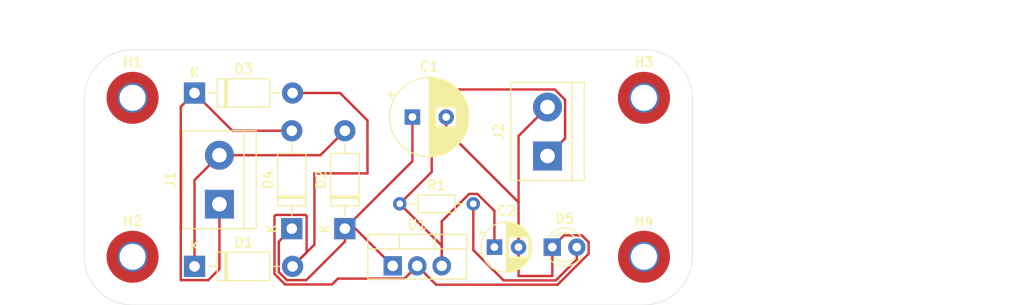
<source format=kicad_pcb>
(kicad_pcb (version 20240108) (generator "pcbnew") (generator_version "8.0")
  (title_block (title "Modulo regulador de voltaje") (date "2024-04-21") (rev "Dagiro Fernandez") (company "Universidad Catolica Boliviana \"San Pablo\""))
  (layers (0 "F.Cu" signal) (31 "B.Cu" signal) (34 "B.Paste" user) (35 "F.Paste" user) (36 "B.SilkS" user "B.Silkscreen") (37 "F.SilkS" user "F.Silkscreen") (38 "B.Mask" user) (39 "F.Mask" user) (44 "Edge.Cuts" user))
  (net 0 "")
  (net 1 "Net-(D1-K)")
  (net 2 "Net-(D3-K)")
  (net 3 "Net-(D5-A)")
  (net 4 "G1")
  (net 5 "F1")
  (net 6 "D1")
  (footprint "Capacitor_THT:CP_Radial_D5.0mm_P2.50mm" (layer "F.Cu") (at 147.155 101.155)
    (property "Reference" "C2" (at 1.25 -3.75 0) (layer "F.SilkS"))
    (property "Value" "100 uf")
    (fp_line (start -1.554775 -1.475) (end -1.054775 -1.475) (stroke (width 0.12)) (layer "F.SilkS"))
    (fp_line (start -1.304775 -1.725) (end -1.304775 -1.225) (stroke (width 0.12)) (layer "F.SilkS"))
    (fp_line (start 1.25 -2.58) (end 1.25 2.58) (stroke (width 0.12)) (layer "F.SilkS"))
    (fp_line (start 1.29 -2.58) (end 1.29 2.58) (stroke (width 0.12)) (layer "F.SilkS"))
    (fp_line (start 1.33 -2.579) (end 1.33 2.579) (stroke (width 0.12)) (layer "F.SilkS"))
    (fp_line (start 1.37 -2.578) (end 1.37 2.578) (stroke (width 0.12)) (layer "F.SilkS"))
    (fp_line (start 1.41 -2.576) (end 1.41 2.576) (stroke (width 0.12)) (layer "F.SilkS"))
    (fp_line (start 1.45 -2.573) (end 1.45 2.573) (stroke (width 0.12)) (layer "F.SilkS"))
    (fp_line (start 1.49 -2.569) (end 1.49 -1.04) (stroke (width 0.12)) (layer "F.SilkS"))
    (fp_line (start 1.49 1.04) (end 1.49 2.569) (stroke (width 0.12)) (layer "F.SilkS"))
    (fp_line (start 1.53 -2.565) (end 1.53 -1.04) (stroke (width 0.12)) (layer "F.SilkS"))
    (fp_line (start 1.53 1.04) (end 1.53 2.565) (stroke (width 0.12)) (layer "F.SilkS"))
    (fp_line (start 1.57 -2.561) (end 1.57 -1.04) (stroke (width 0.12)) (layer "F.SilkS"))
    (fp_line (start 1.57 1.04) (end 1.57 2.561) (stroke (width 0.12)) (layer "F.SilkS"))
    (fp_line (start 1.61 -2.556) (end 1.61 -1.04) (stroke (width 0.12)) (layer "F.SilkS"))
    (fp_line (start 1.61 1.04) (end 1.61 2.556) (stroke (width 0.12)) (layer "F.SilkS"))
    (fp_line (start 1.65 -2.55) (end 1.65 -1.04) (stroke (width 0.12)) (layer "F.SilkS"))
    (fp_line (start 1.65 1.04) (end 1.65 2.55) (stroke (width 0.12)) (layer "F.SilkS"))
    (fp_line (start 1.69 -2.543) (end 1.69 -1.04) (stroke (width 0.12)) (layer "F.SilkS"))
    (fp_line (start 1.69 1.04) (end 1.69 2.543) (stroke (width 0.12)) (layer "F.SilkS"))
    (fp_line (start 1.73 -2.536) (end 1.73 -1.04) (stroke (width 0.12)) (layer "F.SilkS"))
    (fp_line (start 1.73 1.04) (end 1.73 2.536) (stroke (width 0.12)) (layer "F.SilkS"))
    (fp_line (start 1.77 -2.528) (end 1.77 -1.04) (stroke (width 0.12)) (layer "F.SilkS"))
    (fp_line (start 1.77 1.04) (end 1.77 2.528) (stroke (width 0.12)) (layer "F.SilkS"))
    (fp_line (start 1.81 -2.52) (end 1.81 -1.04) (stroke (width 0.12)) (layer "F.SilkS"))
    (fp_line (start 1.81 1.04) (end 1.81 2.52) (stroke (width 0.12)) (layer "F.SilkS"))
    (fp_line (start 1.85 -2.511) (end 1.85 -1.04) (stroke (width 0.12)) (layer "F.SilkS"))
    (fp_line (start 1.85 1.04) (end 1.85 2.511) (stroke (width 0.12)) (layer "F.SilkS"))
    (fp_line (start 1.89 -2.501) (end 1.89 -1.04) (stroke (width 0.12)) (layer "F.SilkS"))
    (fp_line (start 1.89 1.04) (end 1.89 2.501) (stroke (width 0.12)) (layer "F.SilkS"))
    (fp_line (start 1.93 -2.491) (end 1.93 -1.04) (stroke (width 0.12)) (layer "F.SilkS"))
    (fp_line (start 1.93 1.04) (end 1.93 2.491) (stroke (width 0.12)) (layer "F.SilkS"))
    (fp_line (start 1.971 -2.48) (end 1.971 -1.04) (stroke (width 0.12)) (layer "F.SilkS"))
    (fp_line (start 1.971 1.04) (end 1.971 2.48) (stroke (width 0.12)) (layer "F.SilkS"))
    (fp_line (start 2.011 -2.468) (end 2.011 -1.04) (stroke (width 0.12)) (layer "F.SilkS"))
    (fp_line (start 2.011 1.04) (end 2.011 2.468) (stroke (width 0.12)) (layer "F.SilkS"))
    (fp_line (start 2.051 -2.455) (end 2.051 -1.04) (stroke (width 0.12)) (layer "F.SilkS"))
    (fp_line (start 2.051 1.04) (end 2.051 2.455) (stroke (width 0.12)) (layer "F.SilkS"))
    (fp_line (start 2.091 -2.442) (end 2.091 -1.04) (stroke (width 0.12)) (layer "F.SilkS"))
    (fp_line (start 2.091 1.04) (end 2.091 2.442) (stroke (width 0.12)) (layer "F.SilkS"))
    (fp_line (start 2.131 -2.428) (end 2.131 -1.04) (stroke (width 0.12)) (layer "F.SilkS"))
    (fp_line (start 2.131 1.04) (end 2.131 2.428) (stroke (width 0.12)) (layer "F.SilkS"))
    (fp_line (start 2.171 -2.414) (end 2.171 -1.04) (stroke (width 0.12)) (layer "F.SilkS"))
    (fp_line (start 2.171 1.04) (end 2.171 2.414) (stroke (width 0.12)) (layer "F.SilkS"))
    (fp_line (start 2.211 -2.398) (end 2.211 -1.04) (stroke (width 0.12)) (layer "F.SilkS"))
    (fp_line (start 2.211 1.04) (end 2.211 2.398) (stroke (width 0.12)) (layer "F.SilkS"))
    (fp_line (start 2.251 -2.382) (end 2.251 -1.04) (stroke (width 0.12)) (layer "F.SilkS"))
    (fp_line (start 2.251 1.04) (end 2.251 2.382) (stroke (width 0.12)) (layer "F.SilkS"))
    (fp_line (start 2.291 -2.365) (end 2.291 -1.04) (stroke (width 0.12)) (layer "F.SilkS"))
    (fp_line (start 2.291 1.04) (end 2.291 2.365) (stroke (width 0.12)) (layer "F.SilkS"))
    (fp_line (start 2.331 -2.348) (end 2.331 -1.04) (stroke (width 0.12)) (layer "F.SilkS"))
    (fp_line (start 2.331 1.04) (end 2.331 2.348) (stroke (width 0.12)) (layer "F.SilkS"))
    (fp_line (start 2.371 -2.329) (end 2.371 -1.04) (stroke (width 0.12)) (layer "F.SilkS"))
    (fp_line (start 2.371 1.04) (end 2.371 2.329) (stroke (width 0.12)) (layer "F.SilkS"))
    (fp_line (start 2.411 -2.31) (end 2.411 -1.04) (stroke (width 0.12)) (layer "F.SilkS"))
    (fp_line (start 2.411 1.04) (end 2.411 2.31) (stroke (width 0.12)) (layer "F.SilkS"))
    (fp_line (start 2.451 -2.29) (end 2.451 -1.04) (stroke (width 0.12)) (layer "F.SilkS"))
    (fp_line (start 2.451 1.04) (end 2.451 2.29) (stroke (width 0.12)) (layer "F.SilkS"))
    (fp_line (start 2.491 -2.268) (end 2.491 -1.04) (stroke (width 0.12)) (layer "F.SilkS"))
    (fp_line (start 2.491 1.04) (end 2.491 2.268) (stroke (width 0.12)) (layer "F.SilkS"))
    (fp_line (start 2.531 -2.247) (end 2.531 -1.04) (stroke (width 0.12)) (layer "F.SilkS"))
    (fp_line (start 2.531 1.04) (end 2.531 2.247) (stroke (width 0.12)) (layer "F.SilkS"))
    (fp_line (start 2.571 -2.224) (end 2.571 -1.04) (stroke (width 0.12)) (layer "F.SilkS"))
    (fp_line (start 2.571 1.04) (end 2.571 2.224) (stroke (width 0.12)) (layer "F.SilkS"))
    (fp_line (start 2.611 -2.2) (end 2.611 -1.04) (stroke (width 0.12)) (layer "F.SilkS"))
    (fp_line (start 2.611 1.04) (end 2.611 2.2) (stroke (width 0.12)) (layer "F.SilkS"))
    (fp_line (start 2.651 -2.175) (end 2.651 -1.04) (stroke (width 0.12)) (layer "F.SilkS"))
    (fp_line (start 2.651 1.04) (end 2.651 2.175) (stroke (width 0.12)) (layer "F.SilkS"))
    (fp_line (start 2.691 -2.149) (end 2.691 -1.04) (stroke (width 0.12)) (layer "F.SilkS"))
    (fp_line (start 2.691 1.04) (end 2.691 2.149) (stroke (width 0.12)) (layer "F.SilkS"))
    (fp_line (start 2.731 -2.122) (end 2.731 -1.04) (stroke (width 0.12)) (layer "F.SilkS"))
    (fp_line (start 2.731 1.04) (end 2.731 2.122) (stroke (width 0.12)) (layer "F.SilkS"))
    (fp_line (start 2.771 -2.095) (end 2.771 -1.04) (stroke (width 0.12)) (layer "F.SilkS"))
    (fp_line (start 2.771 1.04) (end 2.771 2.095) (stroke (width 0.12)) (layer "F.SilkS"))
    (fp_line (start 2.811 -2.065) (end 2.811 -1.04) (stroke (width 0.12)) (layer "F.SilkS"))
    (fp_line (start 2.811 1.04) (end 2.811 2.065) (stroke (width 0.12)) (layer "F.SilkS"))
    (fp_line (start 2.851 -2.035) (end 2.851 -1.04) (stroke (width 0.12)) (layer "F.SilkS"))
    (fp_line (start 2.851 1.04) (end 2.851 2.035) (stroke (width 0.12)) (layer "F.SilkS"))
    (fp_line (start 2.891 -2.004) (end 2.891 -1.04) (stroke (width 0.12)) (layer "F.SilkS"))
    (fp_line (start 2.891 1.04) (end 2.891 2.004) (stroke (width 0.12)) (layer "F.SilkS"))
    (fp_line (start 2.931 -1.971) (end 2.931 -1.04) (stroke (width 0.12)) (layer "F.SilkS"))
    (fp_line (start 2.931 1.04) (end 2.931 1.971) (stroke (width 0.12)) (layer "F.SilkS"))
    (fp_line (start 2.971 -1.937) (end 2.971 -1.04) (stroke (width 0.12)) (layer "F.SilkS"))
    (fp_line (start 2.971 1.04) (end 2.971 1.937) (stroke (width 0.12)) (layer "F.SilkS"))
    (fp_line (start 3.011 -1.901) (end 3.011 -1.04) (stroke (width 0.12)) (layer "F.SilkS"))
    (fp_line (start 3.011 1.04) (end 3.011 1.901) (stroke (width 0.12)) (layer "F.SilkS"))
    (fp_line (start 3.051 -1.864) (end 3.051 -1.04) (stroke (width 0.12)) (layer "F.SilkS"))
    (fp_line (start 3.051 1.04) (end 3.051 1.864) (stroke (width 0.12)) (layer "F.SilkS"))
    (fp_line (start 3.091 -1.826) (end 3.091 -1.04) (stroke (width 0.12)) (layer "F.SilkS"))
    (fp_line (start 3.091 1.04) (end 3.091 1.826) (stroke (width 0.12)) (layer "F.SilkS"))
    (fp_line (start 3.131 -1.785) (end 3.131 -1.04) (stroke (width 0.12)) (layer "F.SilkS"))
    (fp_line (start 3.131 1.04) (end 3.131 1.785) (stroke (width 0.12)) (layer "F.SilkS"))
    (fp_line (start 3.171 -1.743) (end 3.171 -1.04) (stroke (width 0.12)) (layer "F.SilkS"))
    (fp_line (start 3.171 1.04) (end 3.171 1.743) (stroke (width 0.12)) (layer "F.SilkS"))
    (fp_line (start 3.211 -1.699) (end 3.211 -1.04) (stroke (width 0.12)) (layer "F.SilkS"))
    (fp_line (start 3.211 1.04) (end 3.211 1.699) (stroke (width 0.12)) (layer "F.SilkS"))
    (fp_line (start 3.251 -1.653) (end 3.251 -1.04) (stroke (width 0.12)) (layer "F.SilkS"))
    (fp_line (start 3.251 1.04) (end 3.251 1.653) (stroke (width 0.12)) (layer "F.SilkS"))
    (fp_line (start 3.291 -1.605) (end 3.291 -1.04) (stroke (width 0.12)) (layer "F.SilkS"))
    (fp_line (start 3.291 1.04) (end 3.291 1.605) (stroke (width 0.12)) (layer "F.SilkS"))
    (fp_line (start 3.331 -1.554) (end 3.331 -1.04) (stroke (width 0.12)) (layer "F.SilkS"))
    (fp_line (start 3.331 1.04) (end 3.331 1.554) (stroke (width 0.12)) (layer "F.SilkS"))
    (fp_line (start 3.371 -1.5) (end 3.371 -1.04) (stroke (width 0.12)) (layer "F.SilkS"))
    (fp_line (start 3.371 1.04) (end 3.371 1.5) (stroke (width 0.12)) (layer "F.SilkS"))
    (fp_line (start 3.411 -1.443) (end 3.411 -1.04) (stroke (width 0.12)) (layer "F.SilkS"))
    (fp_line (start 3.411 1.04) (end 3.411 1.443) (stroke (width 0.12)) (layer "F.SilkS"))
    (fp_line (start 3.451 -1.383) (end 3.451 -1.04) (stroke (width 0.12)) (layer "F.SilkS"))
    (fp_line (start 3.451 1.04) (end 3.451 1.383) (stroke (width 0.12)) (layer "F.SilkS"))
    (fp_line (start 3.491 -1.319) (end 3.491 -1.04) (stroke (width 0.12)) (layer "F.SilkS"))
    (fp_line (start 3.491 1.04) (end 3.491 1.319) (stroke (width 0.12)) (layer "F.SilkS"))
    (fp_line (start 3.531 -1.251) (end 3.531 -1.04) (stroke (width 0.12)) (layer "F.SilkS"))
    (fp_line (start 3.531 1.04) (end 3.531 1.251) (stroke (width 0.12)) (layer "F.SilkS"))
    (fp_line (start 3.571 -1.178) (end 3.571 1.178) (stroke (width 0.12)) (layer "F.SilkS"))
    (fp_line (start 3.611 -1.098) (end 3.611 1.098) (stroke (width 0.12)) (layer "F.SilkS"))
    (fp_line (start 3.651 -1.011) (end 3.651 1.011) (stroke (width 0.12)) (layer "F.SilkS"))
    (fp_line (start 3.691 -0.915) (end 3.691 0.915) (stroke (width 0.12)) (layer "F.SilkS"))
    (fp_line (start 3.731 -0.805) (end 3.731 0.805) (stroke (width 0.12)) (layer "F.SilkS"))
    (fp_line (start 3.771 -0.677) (end 3.771 0.677) (stroke (width 0.12)) (layer "F.SilkS"))
    (fp_line (start 3.811 -0.518) (end 3.811 0.518) (stroke (width 0.12)) (layer "F.SilkS"))
    (fp_line (start 3.851 -0.284) (end 3.851 0.284) (stroke (width 0.12)) (layer "F.SilkS"))
    (fp_circle (center 1.25 0) (end 3.87 0) (stroke (width 0.12)) (fill none) (layer "F.SilkS"))
    (pad "1" thru_hole rect (at 0 0) (size 1.6 1.6) (drill 0.8) (layers "*.Cu" "*.Mask") (net 6 "D1"))
    (pad "2" thru_hole circle (at 2.5 0) (size 1.6 1.6) (drill 0.8) (layers "*.Cu" "*.Mask") (net 5 "F1"))
  )
  (footprint "TerminalBlock:TerminalBlock_bornier-2_P5.08mm" (layer "F.Cu") (at 118.655 96.695 90)
    (property "Reference" "J1" (at 2.54 -5.08 270) (layer "F.SilkS"))
    (property "Value" "Screw_Terminal_01x02")
    (fp_line (start 7.62 -3.81) (end -2.54 -3.81) (stroke (width 0.12)) (layer "F.SilkS"))
    (fp_line (start -2.54 -3.81) (end -2.54 3.81) (stroke (width 0.12)) (layer "F.SilkS"))
    (fp_line (start 7.62 2.54) (end -2.54 2.54) (stroke (width 0.12)) (layer "F.SilkS"))
    (fp_line (start 7.62 3.81) (end 7.62 -3.81) (stroke (width 0.12)) (layer "F.SilkS"))
    (fp_line (start -2.54 3.81) (end 7.62 3.81) (stroke (width 0.12)) (layer "F.SilkS"))
    (pad "1" thru_hole rect (at 0 0 90) (size 3 3) (drill 1.52) (layers "*.Cu" "*.Mask") (net 2 "Net-(D3-K)"))
    (pad "2" thru_hole circle (at 5.08 0 90) (size 3 3) (drill 1.52) (layers "*.Cu" "*.Mask") (net 1 "Net-(D1-K)"))
  )
  (footprint "Diode_THT:D_DO-41_SOD81_P10.16mm_Horizontal" (layer "F.Cu") (at 131.655 99.235 90)
    (property "Reference" "D2" (at 5.08 -2.47 270) (layer "F.SilkS"))
    (property "Value" "1N4007")
    (fp_line (start 7.8 -1.47) (end 2.36 -1.47) (stroke (width 0.12)) (layer "F.SilkS"))
    (fp_line (start 3.38 -1.47) (end 3.38 1.47) (stroke (width 0.12)) (layer "F.SilkS"))
    (fp_line (start 3.26 -1.47) (end 3.26 1.47) (stroke (width 0.12)) (layer "F.SilkS"))
    (fp_line (start 3.14 -1.47) (end 3.14 1.47) (stroke (width 0.12)) (layer "F.SilkS"))
    (fp_line (start 2.36 -1.47) (end 2.36 1.47) (stroke (width 0.12)) (layer "F.SilkS"))
    (fp_line (start 8.82 0) (end 7.8 0) (stroke (width 0.12)) (layer "F.SilkS"))
    (fp_line (start 1.34 0) (end 2.36 0) (stroke (width 0.12)) (layer "F.SilkS"))
    (fp_line (start 7.8 1.47) (end 7.8 -1.47) (stroke (width 0.12)) (layer "F.SilkS"))
    (fp_line (start 2.36 1.47) (end 7.8 1.47) (stroke (width 0.12)) (layer "F.SilkS"))
    (fp_text user "K" (at 0 -2.1 270) (layer "F.SilkS"))
    (pad "1" thru_hole rect (at 0 0 90) (size 2.2 2.2) (drill 1.1) (layers "*.Cu" "*.Mask") (net 4 "G1"))
    (pad "2" thru_hole oval (at 10.16 0 90) (size 2.2 2.2) (drill 1.1) (layers "*.Cu" "*.Mask") (net 1 "Net-(D1-K)"))
  )
  (footprint "Diode_THT:D_DO-41_SOD81_P10.16mm_Horizontal" (layer "F.Cu") (at 116.075 103.155)
    (property "Reference" "D1" (at 5.08 -2.47 0) (layer "F.SilkS"))
    (property "Value" "1N4007")
    (fp_line (start 1.34 0) (end 2.36 0) (stroke (width 0.12)) (layer "F.SilkS"))
    (fp_line (start 2.36 -1.47) (end 2.36 1.47) (stroke (width 0.12)) (layer "F.SilkS"))
    (fp_line (start 2.36 1.47) (end 7.8 1.47) (stroke (width 0.12)) (layer "F.SilkS"))
    (fp_line (start 3.14 -1.47) (end 3.14 1.47) (stroke (width 0.12)) (layer "F.SilkS"))
    (fp_line (start 3.26 -1.47) (end 3.26 1.47) (stroke (width 0.12)) (layer "F.SilkS"))
    (fp_line (start 3.38 -1.47) (end 3.38 1.47) (stroke (width 0.12)) (layer "F.SilkS"))
    (fp_line (start 7.8 -1.47) (end 2.36 -1.47) (stroke (width 0.12)) (layer "F.SilkS"))
    (fp_line (start 7.8 1.47) (end 7.8 -1.47) (stroke (width 0.12)) (layer "F.SilkS"))
    (fp_line (start 8.82 0) (end 7.8 0) (stroke (width 0.12)) (layer "F.SilkS"))
    (fp_text user "K" (at 0 -2.1 0) (layer "F.SilkS"))
    (pad "1" thru_hole rect (at 0 0) (size 2.2 2.2) (drill 1.1) (layers "*.Cu" "*.Mask") (net 1 "Net-(D1-K)"))
    (pad "2" thru_hole oval (at 10.16 0) (size 2.2 2.2) (drill 1.1) (layers "*.Cu" "*.Mask") (net 5 "F1"))
  )
  (footprint "Resistor_THT:R_Axial_DIN0204_L3.6mm_D1.6mm_P7.62mm_Horizontal" (layer "F.Cu") (at 137.345 96.655)
    (property "Reference" "R1" (at 3.81 -1.92 0) (layer "F.SilkS"))
    (property "Value" "1k ")
    (fp_line (start 0.94 0) (end 1.89 0) (stroke (width 0.12)) (layer "F.SilkS"))
    (fp_line (start 1.89 -0.92) (end 1.89 0.92) (stroke (width 0.12)) (layer "F.SilkS"))
    (fp_line (start 1.89 0.92) (end 5.73 0.92) (stroke (width 0.12)) (layer "F.SilkS"))
    (fp_line (start 5.73 -0.92) (end 1.89 -0.92) (stroke (width 0.12)) (layer "F.SilkS"))
    (fp_line (start 5.73 0.92) (end 5.73 -0.92) (stroke (width 0.12)) (layer "F.SilkS"))
    (fp_line (start 6.68 0) (end 5.73 0) (stroke (width 0.12)) (layer "F.SilkS"))
    (pad "1" thru_hole circle (at 0 0) (size 1.4 1.4) (drill 0.7) (layers "*.Cu" "*.Mask") (net 6 "D1"))
    (pad "2" thru_hole oval (at 7.62 0) (size 1.4 1.4) (drill 0.7) (layers "*.Cu" "*.Mask") (net 3 "Net-(D5-A)"))
  )
  (footprint "Diode_THT:D_DO-41_SOD81_P10.16mm_Horizontal" (layer "F.Cu") (at 126.155 99.235 90)
    (property "Reference" "D4" (at 5.08 -2.47 270) (layer "F.SilkS"))
    (property "Value" "1N4007")
    (fp_line (start 7.8 -1.47) (end 2.36 -1.47) (stroke (width 0.12)) (layer "F.SilkS"))
    (fp_line (start 3.38 -1.47) (end 3.38 1.47) (stroke (width 0.12)) (layer "F.SilkS"))
    (fp_line (start 3.26 -1.47) (end 3.26 1.47) (stroke (width 0.12)) (layer "F.SilkS"))
    (fp_line (start 3.14 -1.47) (end 3.14 1.47) (stroke (width 0.12)) (layer "F.SilkS"))
    (fp_line (start 2.36 -1.47) (end 2.36 1.47) (stroke (width 0.12)) (layer "F.SilkS"))
    (fp_line (start 8.82 0) (end 7.8 0) (stroke (width 0.12)) (layer "F.SilkS"))
    (fp_line (start 1.34 0) (end 2.36 0) (stroke (width 0.12)) (layer "F.SilkS"))
    (fp_line (start 7.8 1.47) (end 7.8 -1.47) (stroke (width 0.12)) (layer "F.SilkS"))
    (fp_line (start 2.36 1.47) (end 7.8 1.47) (stroke (width 0.12)) (layer "F.SilkS"))
    (fp_text user "K" (at 0 -2.1 270) (layer "F.SilkS"))
    (pad "1" thru_hole rect (at 0 0 90) (size 2.2 2.2) (drill 1.1) (layers "*.Cu" "*.Mask") (net 4 "G1"))
    (pad "2" thru_hole oval (at 10.16 0 90) (size 2.2 2.2) (drill 1.1) (layers "*.Cu" "*.Mask") (net 2 "Net-(D3-K)"))
  )
  (footprint "MountingHole:MountingHole_2.7mm_M2.5_Pad_TopOnly" (layer "F.Cu") (at 162.655 102.155)
    (property "Reference" "H4" (at 0 -3.7 0) (layer "F.SilkS"))
    (property "Value" "MountingHole")
    (pad "1" thru_hole circle (at 0 0) (size 3.1 3.1) (drill 2.7) (layers "*.Cu" "*.Mask"))
    (pad "1" connect circle (at 0 0) (size 5.4 5.4) (layers "F.Cu" "F.Mask"))
  )
  (footprint "TerminalBlock:TerminalBlock_bornier-2_P5.08mm" (layer "F.Cu") (at 152.655 91.695 90)
    (property "Reference" "J2" (at 2.54 -5.08 270) (layer "F.SilkS"))
    (property "Value" "Screw_Terminal_01x02")
    (fp_line (start 7.62 -3.81) (end -2.54 -3.81) (stroke (width 0.12)) (layer "F.SilkS"))
    (fp_line (start -2.54 -3.81) (end -2.54 3.81) (stroke (width 0.12)) (layer "F.SilkS"))
    (fp_line (start 7.62 2.54) (end -2.54 2.54) (stroke (width 0.12)) (layer "F.SilkS"))
    (fp_line (start 7.62 3.81) (end 7.62 -3.81) (stroke (width 0.12)) (layer "F.SilkS"))
    (fp_line (start -2.54 3.81) (end 7.62 3.81) (stroke (width 0.12)) (layer "F.SilkS"))
    (pad "1" thru_hole rect (at 0 0 90) (size 3 3) (drill 1.52) (layers "*.Cu" "*.Mask") (net 6 "D1"))
    (pad "2" thru_hole circle (at 5.08 0 90) (size 3 3) (drill 1.52) (layers "*.Cu" "*.Mask") (net 5 "F1"))
  )
  (footprint "Diode_THT:D_DO-41_SOD81_P10.16mm_Horizontal" (layer "F.Cu") (at 116.075 85.155)
    (property "Reference" "D3" (at 5.08 -2.47 0) (layer "F.SilkS"))
    (property "Value" "1N4007")
    (fp_line (start 1.34 0) (end 2.36 0) (stroke (width 0.12)) (layer "F.SilkS"))
    (fp_line (start 2.36 -1.47) (end 2.36 1.47) (stroke (width 0.12)) (layer "F.SilkS"))
    (fp_line (start 2.36 1.47) (end 7.8 1.47) (stroke (width 0.12)) (layer "F.SilkS"))
    (fp_line (start 3.14 -1.47) (end 3.14 1.47) (stroke (width 0.12)) (layer "F.SilkS"))
    (fp_line (start 3.26 -1.47) (end 3.26 1.47) (stroke (width 0.12)) (layer "F.SilkS"))
    (fp_line (start 3.38 -1.47) (end 3.38 1.47) (stroke (width 0.12)) (layer "F.SilkS"))
    (fp_line (start 7.8 -1.47) (end 2.36 -1.47) (stroke (width 0.12)) (layer "F.SilkS"))
    (fp_line (start 7.8 1.47) (end 7.8 -1.47) (stroke (width 0.12)) (layer "F.SilkS"))
    (fp_line (start 8.82 0) (end 7.8 0) (stroke (width 0.12)) (layer "F.SilkS"))
    (fp_text user "K" (at 0 -2.1 0) (layer "F.SilkS"))
    (pad "1" thru_hole rect (at 0 0) (size 2.2 2.2) (drill 1.1) (layers "*.Cu" "*.Mask") (net 2 "Net-(D3-K)"))
    (pad "2" thru_hole oval (at 10.16 0) (size 2.2 2.2) (drill 1.1) (layers "*.Cu" "*.Mask") (net 5 "F1"))
  )
  (footprint "LED_THT:LED_D3.0mm" (layer "F.Cu") (at 153.155 101.155)
    (property "Reference" "D5" (at 1.27 -2.96 0) (layer "F.SilkS"))
    (property "Value" "LED")
    (fp_line (start -0.29 -1.236) (end -0.29 -1.08) (stroke (width 0.12)) (layer "F.SilkS"))
    (fp_line (start -0.29 1.08) (end -0.29 1.236) (stroke (width 0.12)) (layer "F.SilkS"))
    (fp_arc (start -0.29 -1.235516) (mid 1.366487 -1.987659) (end 2.942335 -1.078608) (stroke (width 0.12)) (layer "F.SilkS"))
    (fp_arc (start 0.229039 -1.08) (mid 1.270117 -1.5) (end 2.31113 -1.079837) (stroke (width 0.12)) (layer "F.SilkS"))
    (fp_arc (start 2.31113 1.079837) (mid 1.270117 1.5) (end 0.229039 1.08) (stroke (width 0.12)) (layer "F.SilkS"))
    (fp_arc (start 2.942335 1.078608) (mid 1.366487 1.987659) (end -0.29 1.235516) (stroke (width 0.12)) (layer "F.SilkS"))
    (pad "1" thru_hole rect (at 0 0) (size 1.8 1.8) (drill 0.9) (layers "*.Cu" "*.Mask") (net 5 "F1"))
    (pad "2" thru_hole circle (at 2.54 0) (size 1.8 1.8) (drill 0.9) (layers "*.Cu" "*.Mask") (net 3 "Net-(D5-A)"))
  )
  (footprint "MountingHole:MountingHole_2.7mm_M2.5_Pad_TopOnly" (layer "F.Cu") (at 109.655 102.155)
    (property "Reference" "H2" (at 0 -3.7 0) (layer "F.SilkS"))
    (property "Value" "MountingHole")
    (pad "1" thru_hole circle (at 0 0) (size 3.1 3.1) (drill 2.7) (layers "*.Cu" "*.Mask"))
    (pad "1" connect circle (at 0 0) (size 5.4 5.4) (layers "F.Cu" "F.Mask"))
  )
  (footprint "MountingHole:MountingHole_2.7mm_M2.5_Pad_TopOnly" (layer "F.Cu") (at 109.655 85.655)
    (property "Reference" "H1" (at 0 -3.7 0) (layer "F.SilkS"))
    (property "Value" "MountingHole")
    (pad "1" thru_hole circle (at 0 0) (size 3.1 3.1) (drill 2.7) (layers "*.Cu" "*.Mask"))
    (pad "1" connect circle (at 0 0) (size 5.4 5.4) (layers "F.Cu" "F.Mask"))
  )
  (footprint "Package_TO_SOT_THT:TO-220-3_Vertical" (layer "F.Cu") (at 136.615 103.1)
    (property "Reference" "U1" (at 2.54 -4.27 0) (layer "F.SilkS"))
    (property "Value" "LM7805_TO220")
    (fp_line (start -2.58 -3.27) (end -2.58 1.371) (stroke (width 0.12)) (layer "F.SilkS"))
    (fp_line (start -2.58 -3.27) (end 7.66 -3.27) (stroke (width 0.12)) (layer "F.SilkS"))
    (fp_line (start -2.58 -1.76) (end 7.66 -1.76) (stroke (width 0.12)) (layer "F.SilkS"))
    (fp_line (start -2.58 1.371) (end 7.66 1.371) (stroke (width 0.12)) (layer "F.SilkS"))
    (fp_line (start 0.69 -3.27) (end 0.69 -1.76) (stroke (width 0.12)) (layer "F.SilkS"))
    (fp_line (start 4.391 -3.27) (end 4.391 -1.76) (stroke (width 0.12)) (layer "F.SilkS"))
    (fp_line (start 7.66 -3.27) (end 7.66 1.371) (stroke (width 0.12)) (layer "F.SilkS"))
    (pad "1" thru_hole rect (at 0 0) (size 1.905 2) (drill 1.1) (layers "*.Cu" "*.Mask") (net 4 "G1"))
    (pad "2" thru_hole oval (at 2.54 0) (size 1.905 2) (drill 1.1) (layers "*.Cu" "*.Mask") (net 5 "F1"))
    (pad "3" thru_hole oval (at 5.08 0) (size 1.905 2) (drill 1.1) (layers "*.Cu" "*.Mask") (net 6 "D1"))
  )
  (footprint "Capacitor_THT:CP_Radial_D8.0mm_P3.50mm" (layer "F.Cu") (at 138.655 87.655)
    (property "Reference" "C1" (at 1.75 -5.25 0) (layer "F.SilkS"))
    (property "Value" "470 uf 25v")
    (fp_line (start -2.659698 -2.315) (end -1.859698 -2.315) (stroke (width 0.12)) (layer "F.SilkS"))
    (fp_line (start -2.259698 -2.715) (end -2.259698 -1.915) (stroke (width 0.12)) (layer "F.SilkS"))
    (fp_line (start 1.75 -4.08) (end 1.75 4.08) (stroke (width 0.12)) (layer "F.SilkS"))
    (fp_line (start 1.79 -4.08) (end 1.79 4.08) (stroke (width 0.12)) (layer "F.SilkS"))
    (fp_line (start 1.83 -4.08) (end 1.83 4.08) (stroke (width 0.12)) (layer "F.SilkS"))
    (fp_line (start 1.87 -4.079) (end 1.87 4.079) (stroke (width 0.12)) (layer "F.SilkS"))
    (fp_line (start 1.91 -4.077) (end 1.91 4.077) (stroke (width 0.12)) (layer "F.SilkS"))
    (fp_line (start 1.95 -4.076) (end 1.95 4.076) (stroke (width 0.12)) (layer "F.SilkS"))
    (fp_line (start 1.99 -4.074) (end 1.99 4.074) (stroke (width 0.12)) (layer "F.SilkS"))
    (fp_line (start 2.03 -4.071) (end 2.03 4.071) (stroke (width 0.12)) (layer "F.SilkS"))
    (fp_line (start 2.07 -4.068) (end 2.07 4.068) (stroke (width 0.12)) (layer "F.SilkS"))
    (fp_line (start 2.11 -4.065) (end 2.11 4.065) (stroke (width 0.12)) (layer "F.SilkS"))
    (fp_line (start 2.15 -4.061) (end 2.15 4.061) (stroke (width 0.12)) (layer "F.SilkS"))
    (fp_line (start 2.19 -4.057) (end 2.19 4.057) (stroke (width 0.12)) (layer "F.SilkS"))
    (fp_line (start 2.23 -4.052) (end 2.23 4.052) (stroke (width 0.12)) (layer "F.SilkS"))
    (fp_line (start 2.27 -4.048) (end 2.27 4.048) (stroke (width 0.12)) (layer "F.SilkS"))
    (fp_line (start 2.31 -4.042) (end 2.31 4.042) (stroke (width 0.12)) (layer "F.SilkS"))
    (fp_line (start 2.35 -4.037) (end 2.35 4.037) (stroke (width 0.12)) (layer "F.SilkS"))
    (fp_line (start 2.39 -4.03) (end 2.39 4.03) (stroke (width 0.12)) (layer "F.SilkS"))
    (fp_line (start 2.43 -4.024) (end 2.43 4.024) (stroke (width 0.12)) (layer "F.SilkS"))
    (fp_line (start 2.471 -4.017) (end 2.471 -1.04) (stroke (width 0.12)) (layer "F.SilkS"))
    (fp_line (start 2.471 1.04) (end 2.471 4.017) (stroke (width 0.12)) (layer "F.SilkS"))
    (fp_line (start 2.511 -4.01) (end 2.511 -1.04) (stroke (width 0.12)) (layer "F.SilkS"))
    (fp_line (start 2.511 1.04) (end 2.511 4.01) (stroke (width 0.12)) (layer "F.SilkS"))
    (fp_line (start 2.551 -4.002) (end 2.551 -1.04) (stroke (width 0.12)) (layer "F.SilkS"))
    (fp_line (start 2.551 1.04) (end 2.551 4.002) (stroke (width 0.12)) (layer "F.SilkS"))
    (fp_line (start 2.591 -3.994) (end 2.591 -1.04) (stroke (width 0.12)) (layer "F.SilkS"))
    (fp_line (start 2.591 1.04) (end 2.591 3.994) (stroke (width 0.12)) (layer "F.SilkS"))
    (fp_line (start 2.631 -3.985) (end 2.631 -1.04) (stroke (width 0.12)) (layer "F.SilkS"))
    (fp_line (start 2.631 1.04) (end 2.631 3.985) (stroke (width 0.12)) (layer "F.SilkS"))
    (fp_line (start 2.671 -3.976) (end 2.671 -1.04) (stroke (width 0.12)) (layer "F.SilkS"))
    (fp_line (start 2.671 1.04) (end 2.671 3.976) (stroke (width 0.12)) (layer "F.SilkS"))
    (fp_line (start 2.711 -3.967) (end 2.711 -1.04) (stroke (width 0.12)) (layer "F.SilkS"))
    (fp_line (start 2.711 1.04) (end 2.711 3.967) (stroke (width 0.12)) (layer "F.SilkS"))
    (fp_line (start 2.751 -3.957) (end 2.751 -1.04) (stroke (width 0.12)) (layer "F.SilkS"))
    (fp_line (start 2.751 1.04) (end 2.751 3.957) (stroke (width 0.12)) (layer "F.SilkS"))
    (fp_line (start 2.791 -3.947) (end 2.791 -1.04) (stroke (width 0.12)) (layer "F.SilkS"))
    (fp_line (start 2.791 1.04) (end 2.791 3.947) (stroke (width 0.12)) (layer "F.SilkS"))
    (fp_line (start 2.831 -3.936) (end 2.831 -1.04) (stroke (width 0.12)) (layer "F.SilkS"))
    (fp_line (start 2.831 1.04) (end 2.831 3.936) (stroke (width 0.12)) (layer "F.SilkS"))
    (fp_line (start 2.871 -3.925) (end 2.871 -1.04) (stroke (width 0.12)) (layer "F.SilkS"))
    (fp_line (start 2.871 1.04) (end 2.871 3.925) (stroke (width 0.12)) (layer "F.SilkS"))
    (fp_line (start 2.911 -3.914) (end 2.911 -1.04) (stroke (width 0.12)) (layer "F.SilkS"))
    (fp_line (start 2.911 1.04) (end 2.911 3.914) (stroke (width 0.12)) (layer "F.SilkS"))
    (fp_line (start 2.951 -3.902) (end 2.951 -1.04) (stroke (width 0.12)) (layer "F.SilkS"))
    (fp_line (start 2.951 1.04) (end 2.951 3.902) (stroke (width 0.12)) (layer "F.SilkS"))
    (fp_line (start 2.991 -3.889) (end 2.991 -1.04) (stroke (width 0.12)) (layer "F.SilkS"))
    (fp_line (start 2.991 1.04) (end 2.991 3.889) (stroke (width 0.12)) (layer "F.SilkS"))
    (fp_line (start 3.031 -3.877) (end 3.031 -1.04) (stroke (width 0.12)) (layer "F.SilkS"))
    (fp_line (start 3.031 1.04) (end 3.031 3.877) (stroke (width 0.12)) (layer "F.SilkS"))
    (fp_line (start 3.071 -3.863) (end 3.071 -1.04) (stroke (width 0.12)) (layer "F.SilkS"))
    (fp_line (start 3.071 1.04) (end 3.071 3.863) (stroke (width 0.12)) (layer "F.SilkS"))
    (fp_line (start 3.111 -3.85) (end 3.111 -1.04) (stroke (width 0.12)) (layer "F.SilkS"))
    (fp_line (start 3.111 1.04) (end 3.111 3.85) (stroke (width 0.12)) (layer "F.SilkS"))
    (fp_line (start 3.151 -3.835) (end 3.151 -1.04) (stroke (width 0.12)) (layer "F.SilkS"))
    (fp_line (start 3.151 1.04) (end 3.151 3.835) (stroke (width 0.12)) (layer "F.SilkS"))
    (fp_line (start 3.191 -3.821) (end 3.191 -1.04) (stroke (width 0.12)) (layer "F.SilkS"))
    (fp_line (start 3.191 1.04) (end 3.191 3.821) (stroke (width 0.12)) (layer "F.SilkS"))
    (fp_line (start 3.231 -3.805) (end 3.231 -1.04) (stroke (width 0.12)) (layer "F.SilkS"))
    (fp_line (start 3.231 1.04) (end 3.231 3.805) (stroke (width 0.12)) (layer "F.SilkS"))
    (fp_line (start 3.271 -3.79) (end 3.271 -1.04) (stroke (width 0.12)) (layer "F.SilkS"))
    (fp_line (start 3.271 1.04) (end 3.271 3.79) (stroke (width 0.12)) (layer "F.SilkS"))
    (fp_line (start 3.311 -3.774) (end 3.311 -1.04) (stroke (width 0.12)) (layer "F.SilkS"))
    (fp_line (start 3.311 1.04) (end 3.311 3.774) (stroke (width 0.12)) (layer "F.SilkS"))
    (fp_line (start 3.351 -3.757) (end 3.351 -1.04) (stroke (width 0.12)) (layer "F.SilkS"))
    (fp_line (start 3.351 1.04) (end 3.351 3.757) (stroke (width 0.12)) (layer "F.SilkS"))
    (fp_line (start 3.391 -3.74) (end 3.391 -1.04) (stroke (width 0.12)) (layer "F.SilkS"))
    (fp_line (start 3.391 1.04) (end 3.391 3.74) (stroke (width 0.12)) (layer "F.SilkS"))
    (fp_line (start 3.431 -3.722) (end 3.431 -1.04) (stroke (width 0.12)) (layer "F.SilkS"))
    (fp_line (start 3.431 1.04) (end 3.431 3.722) (stroke (width 0.12)) (layer "F.SilkS"))
    (fp_line (start 3.471 -3.704) (end 3.471 -1.04) (stroke (width 0.12)) (layer "F.SilkS"))
    (fp_line (start 3.471 1.04) (end 3.471 3.704) (stroke (width 0.12)) (layer "F.SilkS"))
    (fp_line (start 3.511 -3.686) (end 3.511 -1.04) (stroke (width 0.12)) (layer "F.SilkS"))
    (fp_line (start 3.511 1.04) (end 3.511 3.686) (stroke (width 0.12)) (layer "F.SilkS"))
    (fp_line (start 3.551 -3.666) (end 3.551 -1.04) (stroke (width 0.12)) (layer "F.SilkS"))
    (fp_line (start 3.551 1.04) (end 3.551 3.666) (stroke (width 0.12)) (layer "F.SilkS"))
    (fp_line (start 3.591 -3.647) (end 3.591 -1.04) (stroke (width 0.12)) (layer "F.SilkS"))
    (fp_line (start 3.591 1.04) (end 3.591 3.647) (stroke (width 0.12)) (layer "F.SilkS"))
    (fp_line (start 3.631 -3.627) (end 3.631 -1.04) (stroke (width 0.12)) (layer "F.SilkS"))
    (fp_line (start 3.631 1.04) (end 3.631 3.627) (stroke (width 0.12)) (layer "F.SilkS"))
    (fp_line (start 3.671 -3.606) (end 3.671 -1.04) (stroke (width 0.12)) (layer "F.SilkS"))
    (fp_line (start 3.671 1.04) (end 3.671 3.606) (stroke (width 0.12)) (layer "F.SilkS"))
    (fp_line (start 3.711 -3.584) (end 3.711 -1.04) (stroke (width 0.12)) (layer "F.SilkS"))
    (fp_line (start 3.711 1.04) (end 3.711 3.584) (stroke (width 0.12)) (layer "F.SilkS"))
    (fp_line (start 3.751 -3.562) (end 3.751 -1.04) (stroke (width 0.12)) (layer "F.SilkS"))
    (fp_line (start 3.751 1.04) (end 3.751 3.562) (stroke (width 0.12)) (layer "F.SilkS"))
    (fp_line (start 3.791 -3.54) (end 3.791 -1.04) (stroke (width 0.12)) (layer "F.SilkS"))
    (fp_line (start 3.791 1.04) (end 3.791 3.54) (stroke (width 0.12)) (layer "F.SilkS"))
    (fp_line (start 3.831 -3.517) (end 3.831 -1.04) (stroke (width 0.12)) (layer "F.SilkS"))
    (fp_line (start 3.831 1.04) (end 3.831 3.517) (stroke (width 0.12)) (layer "F.SilkS"))
    (fp_line (start 3.871 -3.493) (end 3.871 -1.04) (stroke (width 0.12)) (layer "F.SilkS"))
    (fp_line (start 3.871 1.04) (end 3.871 3.493) (stroke (width 0.12)) (layer "F.SilkS"))
    (fp_line (start 3.911 -3.469) (end 3.911 -1.04) (stroke (width 0.12)) (layer "F.SilkS"))
    (fp_line (start 3.911 1.04) (end 3.911 3.469) (stroke (width 0.12)) (layer "F.SilkS"))
    (fp_line (start 3.951 -3.444) (end 3.951 -1.04) (stroke (width 0.12)) (layer "F.SilkS"))
    (fp_line (start 3.951 1.04) (end 3.951 3.444) (stroke (width 0.12)) (layer "F.SilkS"))
    (fp_line (start 3.991 -3.418) (end 3.991 -1.04) (stroke (width 0.12)) (layer "F.SilkS"))
    (fp_line (start 3.991 1.04) (end 3.991 3.418) (stroke (width 0.12)) (layer "F.SilkS"))
    (fp_line (start 4.031 -3.392) (end 4.031 -1.04) (stroke (width 0.12)) (layer "F.SilkS"))
    (fp_line (start 4.031 1.04) (end 4.031 3.392) (stroke (width 0.12)) (layer "F.SilkS"))
    (fp_line (start 4.071 -3.365) (end 4.071 -1.04) (stroke (width 0.12)) (layer "F.SilkS"))
    (fp_line (start 4.071 1.04) (end 4.071 3.365) (stroke (width 0.12)) (layer "F.SilkS"))
    (fp_line (start 4.111 -3.338) (end 4.111 -1.04) (stroke (width 0.12)) (layer "F.SilkS"))
    (fp_line (start 4.111 1.04) (end 4.111 3.338) (stroke (width 0.12)) (layer "F.SilkS"))
    (fp_line (start 4.151 -3.309) (end 4.151 -1.04) (stroke (width 0.12)) (layer "F.SilkS"))
    (fp_line (start 4.151 1.04) (end 4.151 3.309) (stroke (width 0.12)) (layer "F.SilkS"))
    (fp_line (start 4.191 -3.28) (end 4.191 -1.04) (stroke (width 0.12)) (layer "F.SilkS"))
    (fp_line (start 4.191 1.04) (end 4.191 3.28) (stroke (width 0.12)) (layer "F.SilkS"))
    (fp_line (start 4.231 -3.25) (end 4.231 -1.04) (stroke (width 0.12)) (layer "F.SilkS"))
    (fp_line (start 4.231 1.04) (end 4.231 3.25) (stroke (width 0.12)) (layer "F.SilkS"))
    (fp_line (start 4.271 -3.22) (end 4.271 -1.04) (stroke (width 0.12)) (layer "F.SilkS"))
    (fp_line (start 4.271 1.04) (end 4.271 3.22) (stroke (width 0.12)) (layer "F.SilkS"))
    (fp_line (start 4.311 -3.189) (end 4.311 -1.04) (stroke (width 0.12)) (layer "F.SilkS"))
    (fp_line (start 4.311 1.04) (end 4.311 3.189) (stroke (width 0.12)) (layer "F.SilkS"))
    (fp_line (start 4.351 -3.156) (end 4.351 -1.04) (stroke (width 0.12)) (layer "F.SilkS"))
    (fp_line (start 4.351 1.04) (end 4.351 3.156) (stroke (width 0.12)) (layer "F.SilkS"))
    (fp_line (start 4.391 -3.124) (end 4.391 -1.04) (stroke (width 0.12)) (layer "F.SilkS"))
    (fp_line (start 4.391 1.04) (end 4.391 3.124) (stroke (width 0.12)) (layer "F.SilkS"))
    (fp_line (start 4.431 -3.09) (end 4.431 -1.04) (stroke (width 0.12)) (layer "F.SilkS"))
    (fp_line (start 4.431 1.04) (end 4.431 3.09) (stroke (width 0.12)) (layer "F.SilkS"))
    (fp_line (start 4.471 -3.055) (end 4.471 -1.04) (stroke (width 0.12)) (layer "F.SilkS"))
    (fp_line (start 4.471 1.04) (end 4.471 3.055) (stroke (width 0.12)) (layer "F.SilkS"))
    (fp_line (start 4.511 -3.019) (end 4.511 -1.04) (stroke (width 0.12)) (layer "F.SilkS"))
    (fp_line (start 4.511 1.04) (end 4.511 3.019) (stroke (width 0.12)) (layer "F.SilkS"))
    (fp_line (start 4.551 -2.983) (end 4.551 2.983) (stroke (width 0.12)) (layer "F.SilkS"))
    (fp_line (start 4.591 -2.945) (end 4.591 2.945) (stroke (width 0.12)) (layer "F.SilkS"))
    (fp_line (start 4.631 -2.907) (end 4.631 2.907) (stroke (width 0.12)) (layer "F.SilkS"))
    (fp_line (start 4.671 -2.867) (end 4.671 2.867) (stroke (width 0.12)) (layer "F.SilkS"))
    (fp_line (start 4.711 -2.826) (end 4.711 2.826) (stroke (width 0.12)) (layer "F.SilkS"))
    (fp_line (start 4.751 -2.784) (end 4.751 2.784) (stroke (width 0.12)) (layer "F.SilkS"))
    (fp_line (start 4.791 -2.741) (end 4.791 2.741) (stroke (width 0.12)) (layer "F.SilkS"))
    (fp_line (start 4.831 -2.697) (end 4.831 2.697) (stroke (width 0.12)) (layer "F.SilkS"))
    (fp_line (start 4.871 -2.651) (end 4.871 2.651) (stroke (width 0.12)) (layer "F.SilkS"))
    (fp_line (start 4.911 -2.604) (end 4.911 2.604) (stroke (width 0.12)) (layer "F.SilkS"))
    (fp_line (start 4.951 -2.556) (end 4.951 2.556) (stroke (width 0.12)) (layer "F.SilkS"))
    (fp_line (start 4.991 -2.505) (end 4.991 2.505) (stroke (width 0.12)) (layer "F.SilkS"))
    (fp_line (start 5.031 -2.454) (end 5.031 2.454) (stroke (width 0.12)) (layer "F.SilkS"))
    (fp_line (start 5.071 -2.4) (end 5.071 2.4) (stroke (width 0.12)) (layer "F.SilkS"))
    (fp_line (start 5.111 -2.345) (end 5.111 2.345) (stroke (width 0.12)) (layer "F.SilkS"))
    (fp_line (start 5.151 -2.287) (end 5.151 2.287) (stroke (width 0.12)) (layer "F.SilkS"))
    (fp_line (start 5.191 -2.228) (end 5.191 2.228) (stroke (width 0.12)) (layer "F.SilkS"))
    (fp_line (start 5.231 -2.166) (end 5.231 2.166) (stroke (width 0.12)) (layer "F.SilkS"))
    (fp_line (start 5.271 -2.102) (end 5.271 2.102) (stroke (width 0.12)) (layer "F.SilkS"))
    (fp_line (start 5.311 -2.034) (end 5.311 2.034) (stroke (width 0.12)) (layer "F.SilkS"))
    (fp_line (start 5.351 -1.964) (end 5.351 1.964) (stroke (width 0.12)) (layer "F.SilkS"))
    (fp_line (start 5.391 -1.89) (end 5.391 1.89) (stroke (width 0.12)) (layer "F.SilkS"))
    (fp_line (start 5.431 -1.813) (end 5.431 1.813) (stroke (width 0.12)) (layer "F.SilkS"))
    (fp_line (start 5.471 -1.731) (end 5.471 1.731) (stroke (width 0.12)) (layer "F.SilkS"))
    (fp_line (start 5.511 -1.645) (end 5.511 1.645) (stroke (width 0.12)) (layer "F.SilkS"))
    (fp_line (start 5.551 -1.552) (end 5.551 1.552) (stroke (width 0.12)) (layer "F.SilkS"))
    (fp_line (start 5.591 -1.453) (end 5.591 1.453) (stroke (width 0.12)) (layer "F.SilkS"))
    (fp_line (start 5.631 -1.346) (end 5.631 1.346) (stroke (width 0.12)) (layer "F.SilkS"))
    (fp_line (start 5.671 -1.229) (end 5.671 1.229) (stroke (width 0.12)) (layer "F.SilkS"))
    (fp_line (start 5.711 -1.098) (end 5.711 1.098) (stroke (width 0.12)) (layer "F.SilkS"))
    (fp_line (start 5.751 -0.948) (end 5.751 0.948) (stroke (width 0.12)) (layer "F.SilkS"))
    (fp_line (start 5.791 -0.768) (end 5.791 0.768) (stroke (width 0.12)) (layer "F.SilkS"))
    (fp_line (start 5.831 -0.533) (end 5.831 0.533) (stroke (width 0.12)) (layer "F.SilkS"))
    (fp_circle (center 1.75 0) (end 5.87 0) (stroke (width 0.12)) (fill none) (layer "F.SilkS"))
    (pad "1" thru_hole rect (at 0 0) (size 1.6 1.6) (drill 0.8) (layers "*.Cu" "*.Mask") (net 4 "G1"))
    (pad "2" thru_hole circle (at 3.5 0) (size 1.6 1.6) (drill 0.8) (layers "*.Cu" "*.Mask") (net 5 "F1"))
  )
  (footprint "MountingHole:MountingHole_2.7mm_M2.5_Pad_TopOnly" (layer "F.Cu") (at 162.655 85.655)
    (property "Reference" "H3" (at 0 -3.7 0) (layer "F.SilkS"))
    (property "Value" "MountingHole")
    (pad "1" thru_hole circle (at 0 0) (size 3.1 3.1) (drill 2.7) (layers "*.Cu" "*.Mask"))
    (pad "1" connect circle (at 0 0) (size 5.4 5.4) (layers "F.Cu" "F.Mask"))
  )
  (gr_line (start 109.655 80.655) (end 162.655 80.655) (stroke (width 0.05)) (layer "Edge.Cuts"))
  (gr_arc (start 104.655 85.655) (mid 106.119466 82.119466) (end 109.655 80.655) (stroke (width 0.05)) (layer "Edge.Cuts"))
  (gr_line (start 109.655 107.155) (end 162.655 107.155) (stroke (width 0.05)) (layer "Edge.Cuts"))
  (gr_arc (start 167.655 102.155) (mid 166.190534 105.690534) (end 162.655 107.155) (stroke (width 0.05)) (layer "Edge.Cuts"))
  (gr_arc (start 109.655 107.155) (mid 106.119466 105.690534) (end 104.655 102.155) (stroke (width 0.05)) (layer "Edge.Cuts"))
  (gr_arc (start 162.655 80.655) (mid 166.190534 82.119466) (end 167.655 85.655) (stroke (width 0.05)) (layer "Edge.Cuts"))
  (gr_line (start 104.655 85.655) (end 104.655 102.155) (stroke (width 0.05)) (layer "Edge.Cuts"))
  (gr_line (start 167.655 85.655) (end 167.655 102.155) (stroke (width 0.05)) (layer "Edge.Cuts"))
  (segment (start 116.075 94.195) (end 116.075 103.155) (width 0.25) (layer "F.Cu") (net 1))
  (segment (start 131.655 89.075) (end 129.115 91.615) (width 0.25) (layer "F.Cu") (net 1))
  (segment (start 129.115 91.615) (end 118.655 91.615) (width 0.25) (layer "F.Cu") (net 1))
  (segment (start 118.655 91.615) (end 116.075 94.195) (width 0.25) (layer "F.Cu") (net 1))
  (segment (start 117.5 104.58) (end 114.65 104.58) (width 0.25) (layer "F.Cu") (net 2))
  (segment (start 114.65 104.58) (end 114.65 86.58) (width 0.25) (layer "F.Cu") (net 2))
  (segment (start 118.655 96.695) (end 118.655 103.425) (width 0.25) (layer "F.Cu") (net 2))
  (segment (start 126.155 89.075) (end 119.995 89.075) (width 0.25) (layer "F.Cu") (net 2))
  (segment (start 119.995 89.075) (end 116.075 85.155) (width 0.25) (layer "F.Cu") (net 2))
  (segment (start 118.655 103.425) (end 117.5 104.58) (width 0.25) (layer "F.Cu") (net 2))
  (segment (start 114.65 86.58) (end 116.075 85.155) (width 0.25) (layer "F.Cu") (net 2))
  (segment (start 155.695 101.155) (end 155.695 102.427792) (width 0.25) (layer "F.Cu") (net 3))
  (segment (start 153.517792 104.605) (end 148.105 104.605) (width 0.25) (layer "F.Cu") (net 3))
  (segment (start 155.695 102.427792) (end 153.517792 104.605) (width 0.25) (layer "F.Cu") (net 3))
  (segment (start 144.965 101.465) (end 144.965 96.655) (width 0.25) (layer "F.Cu") (net 3))
  (segment (start 148.105 104.605) (end 144.965 101.465) (width 0.25) (layer "F.Cu") (net 3))
  (segment (start 138.655 87.655) (end 138.655 92.235) (width 0.25) (layer "F.Cu") (net 4))
  (segment (start 124.81 100.58) (end 124.81 103.745255) (width 0.25) (layer "F.Cu") (net 4))
  (segment (start 132.75 99.235) (end 131.655 99.235) (width 0.25) (layer "F.Cu") (net 4))
  (segment (start 138.655 92.235) (end 131.655 99.235) (width 0.25) (layer "F.Cu") (net 4))
  (segment (start 127.66 104.58) (end 131.655 100.585) (width 0.25) (layer "F.Cu") (net 4))
  (segment (start 124.81 103.745255) (end 125.644745 104.58) (width 0.25) (layer "F.Cu") (net 4))
  (segment (start 126.155 99.235) (end 124.81 100.58) (width 0.25) (layer "F.Cu") (net 4))
  (segment (start 136.615 103.1) (end 132.75 99.235) (width 0.25) (layer "F.Cu") (net 4))
  (segment (start 131.655 100.585) (end 131.655 99.235) (width 0.25) (layer "F.Cu") (net 4))
  (segment (start 125.644745 104.58) (end 127.66 104.58) (width 0.25) (layer "F.Cu") (net 4))
  (segment (start 156.92 100.647588) (end 156.202412 99.93) (width 0.25) (layer "F.Cu") (net 5))
  (segment (start 149.655 96.5) (end 149.655 101.155) (width 0.25) (layer "F.Cu") (net 5))
  (segment (start 134 88) (end 134 93.5) (width 0.25) (layer "F.Cu") (net 5))
  (segment (start 139.155 103.1) (end 137.83 104.425) (width 0.25) (layer "F.Cu") (net 5))
  (segment (start 127.695 97.925) (end 127.695 101.695) (width 0.25) (layer "F.Cu") (net 5))
  (segment (start 137.83 104.425) (end 130.925 104.425) (width 0.25) (layer "F.Cu") (net 5))
  (segment (start 128.5 93.5) (end 128.5 100.89) (width 0.25) (layer "F.Cu") (net 5))
  (segment (start 142.155 89) (end 149.655 96.5) (width 0.25) (layer "F.Cu") (net 5))
  (segment (start 142.155 87.655) (end 142.155 89) (width 0.25) (layer "F.Cu") (net 5))
  (segment (start 153.704188 105.055) (end 156.92 101.839188) (width 0.25) (layer "F.Cu") (net 5))
  (segment (start 130.32 105.03) (end 125.458349 105.03) (width 0.25) (layer "F.Cu") (net 5))
  (segment (start 125.458349 105.03) (end 124.36 103.931651) (width 0.25) (layer "F.Cu") (net 5))
  (segment (start 127.695 101.695) (end 126.235 103.155) (width 0.25) (layer "F.Cu") (net 5))
  (segment (start 126.235 85.155) (end 131.155 85.155) (width 0.25) (layer "F.Cu") (net 5))
  (segment (start 151.615 87.655) (end 152.655 86.615) (width 0.25) (layer "F.Cu") (net 5))
  (segment (start 141.11 105.055) (end 153.704188 105.055) (width 0.25) (layer "F.Cu") (net 5))
  (segment (start 134 93.5) (end 128.5 93.5) (width 0.25) (layer "F.Cu") (net 5))
  (segment (start 156.92 101.839188) (end 156.92 100.647588) (width 0.25) (layer "F.Cu") (net 5))
  (segment (start 156.202412 99.93) (end 154.38 99.93) (width 0.25) (layer "F.Cu") (net 5))
  (segment (start 149.655 89.615) (end 149.655 96.5) (width 0.25) (layer "F.Cu") (net 5))
  (segment (start 131.155 85.155) (end 134 88) (width 0.25) (layer "F.Cu") (net 5))
  (segment (start 130.925 104.425) (end 130.32 105.03) (width 0.25) (layer "F.Cu") (net 5))
  (segment (start 139.155 103.1) (end 141.11 105.055) (width 0.25) (layer "F.Cu") (net 5))
  (segment (start 124.36 97.95) (end 124.5 97.81) (width 0.25) (layer "F.Cu") (net 5))
  (segment (start 152.655 86.615) (end 149.655 89.615) (width 0.25) (layer "F.Cu") (net 5))
  (segment (start 124.36 103.931651) (end 124.36 97.95) (width 0.25) (layer "F.Cu") (net 5))
  (segment (start 127.58 97.81) (end 127.695 97.925) (width 0.25) (layer "F.Cu") (net 5))
  (segment (start 149.655 104.155) (end 153.155 104.155) (width 0.25) (layer "F.Cu") (net 5))
  (segment (start 149.655 101.155) (end 149.655 104.155) (width 0.25) (layer "F.Cu") (net 5))
  (segment (start 154.38 99.93) (end 153.155 101.155) (width 0.25) (layer "F.Cu") (net 5))
  (segment (start 153.155 104.155) (end 153.155 101.155) (width 0.25) (layer "F.Cu") (net 5))
  (segment (start 128.5 100.89) (end 126.235 103.155) (width 0.25) (layer "F.Cu") (net 5))
  (segment (start 124.5 97.81) (end 127.58 97.81) (width 0.25) (layer "F.Cu") (net 5))
  (segment (start 137.345 96.655) (end 141.695 101.005) (width 0.25) (layer "F.Cu") (net 6))
  (segment (start 141.695 101.005) (end 141.695 103.1) (width 0.25) (layer "F.Cu") (net 6))
  (segment (start 140.655 85.655) (end 140.655 93.345) (width 0.25) (layer "F.Cu") (net 6))
  (segment (start 154.48 89.87) (end 154.48 85.85906) (width 0.25) (layer "F.Cu") (net 6))
  (segment (start 147.155 97.395431) (end 145.389569 95.63) (width 0.25) (layer "F.Cu") (net 6))
  (segment (start 152.655 91.695) (end 154.48 89.87) (width 0.25) (layer "F.Cu") (net 6))
  (segment (start 144.540431 95.63) (end 141.695 98.475431) (width 0.25) (layer "F.Cu") (net 6))
  (segment (start 154.48 85.85906) (end 153.41094 84.79) (width 0.25) (layer "F.Cu") (net 6))
  (segment (start 141.52 84.79) (end 140.655 85.655) (width 0.25) (layer "F.Cu") (net 6))
  (segment (start 140.655 93.345) (end 137.345 96.655) (width 0.25) (layer "F.Cu") (net 6))
  (segment (start 147.155 101.155) (end 147.155 97.395431) (width 0.25) (layer "F.Cu") (net 6))
  (segment (start 141.695 98.475431) (end 141.695 103.1) (width 0.25) (layer "F.Cu") (net 6))
  (segment (start 153.41094 84.79) (end 141.52 84.79) (width 0.25) (layer "F.Cu") (net 6))
  (segment (start 145.389569 95.63) (end 144.540431 95.63) (width 0.25) (layer "F.Cu") (net 6))
)
</source>
